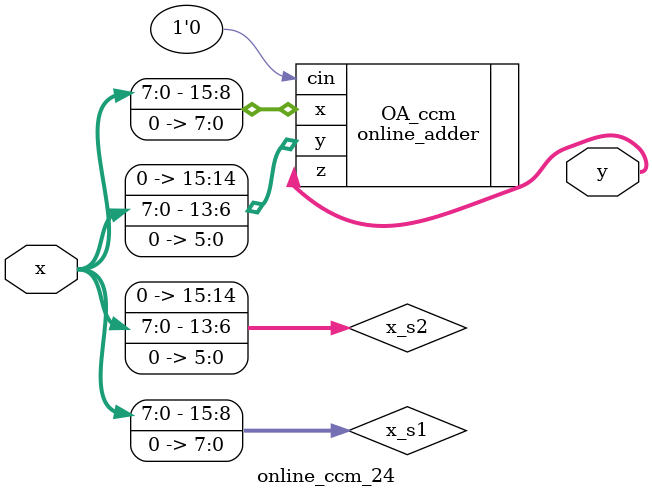
<source format=v>
`timescale 1ns / 1ps
module online_ccm_24(x,y);
parameter Stage = 4;

localparam s1 = 4;
localparam s2 = 3;

localparam WL 		= 2*Stage;
localparam WL_oa	= 2*(Stage+s1);		//WL of OA inputs
localparam WL_s2	= 2*(Stage+s2);
localparam WL_out = 2*(Stage+s1+1);

	input [WL-1:0] x;
	output [WL_out-1:0] y;
	
	wire [WL_oa-1:0] x_s1, x_s2;
	
	assign x_s1[WL_oa-1:WL_oa-WL] = x;
	assign x_s1[WL_oa-WL-1:0]		= 'b0;
	
	assign x_s2[WL_oa-1:WL_s2] 	= 'b0;
	assign x_s2[WL_s2-1:WL_s2-WL]	= x;
	assign x_s2[WL_s2-WL-1:0]		= 'b0;
	
	online_adder #(Stage+s1) OA_ccm(.x(x_s1),.y(x_s2),.cin(1'b0),.z(y));

endmodule

</source>
